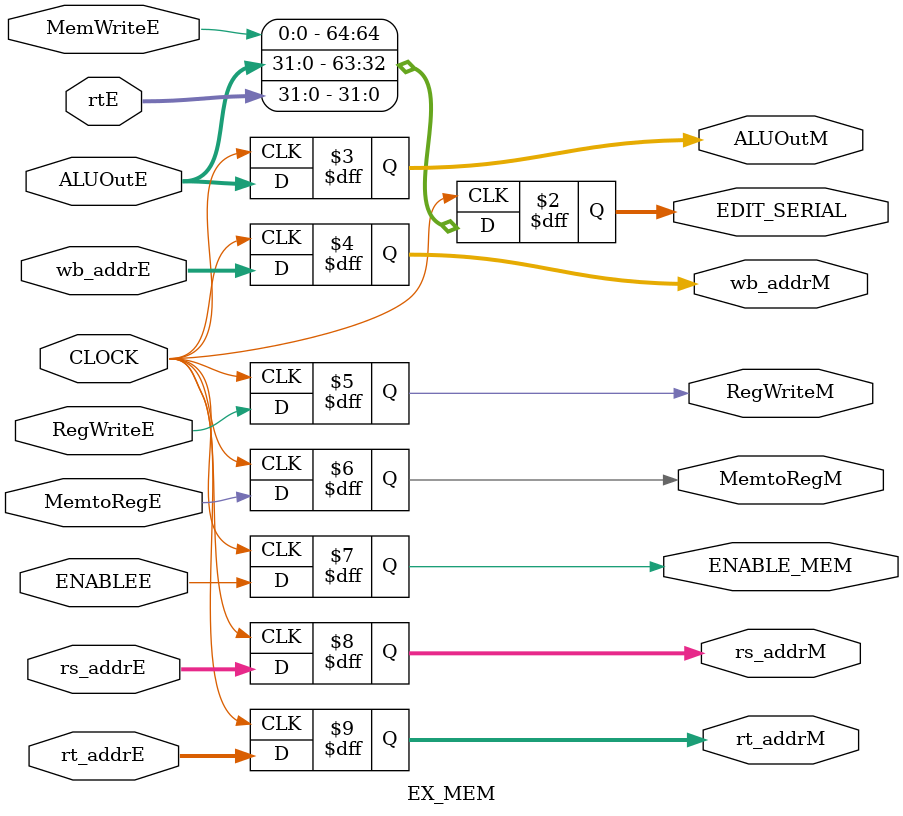
<source format=v>

module EX_MEM(
    input [31:0] ALUOutE,
    input [31:0] rtE,
    input [4:0] wb_addrE,
    input RegWriteE,
    input MemtoRegE,
    input CLOCK,
    input MemWriteE,
    input ENABLEE,
    input [4:0] rs_addrE, 
    input [4:0] rt_addrE,

    //output reg MemWriteM,
    output reg[64:0] EDIT_SERIAL,
    output reg[31:0] ALUOutM,
    //output reg[31:0] rt_valueM,
    output reg[4:0] wb_addrM,
    output reg RegWriteM,
    output reg MemtoRegM,
    output reg ENABLE_MEM,
    output reg [4:0] rs_addrM,
    output reg [4:0] rt_addrM
);
    always@(posedge CLOCK)begin
        
        EDIT_SERIAL = {MemWriteE, ALUOutE, rtE};
        //MemWriteM <= MemWriteE;
        ALUOutM <= ALUOutE;
        //rt_valueM <= rtE;
        wb_addrM <= wb_addrE;
        RegWriteM <= RegWriteE;
        MemtoRegM <= MemtoRegE;
        ENABLE_MEM <= ENABLEE;
        rs_addrM <= rs_addrE;
        rt_addrM <= rt_addrE;

    end

endmodule


</source>
